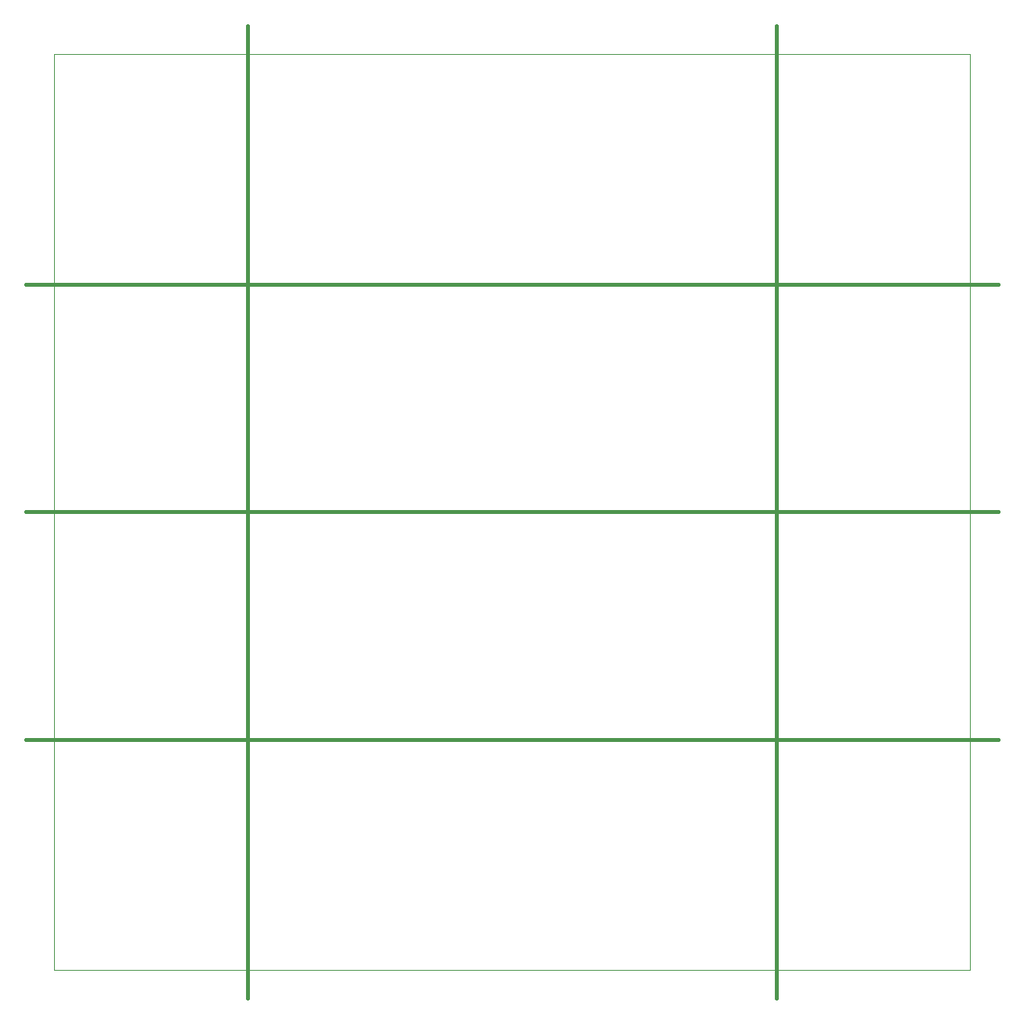
<source format=gbr>
G04 #@! TF.GenerationSoftware,KiCad,Pcbnew,5.1.7-a382d34a8~87~ubuntu20.04.1*
G04 #@! TF.CreationDate,2020-11-13T11:14:20+11:00*
G04 #@! TF.ProjectId,jackco-esp32-pico-panel-v2,6a61636b-636f-42d6-9573-7033322d7069,rev?*
G04 #@! TF.SameCoordinates,Original*
G04 #@! TF.FileFunction,Profile,NP*
%FSLAX46Y46*%
G04 Gerber Fmt 4.6, Leading zero omitted, Abs format (unit mm)*
G04 Created by KiCad (PCBNEW 5.1.7-a382d34a8~87~ubuntu20.04.1) date 2020-11-13 11:14:20*
%MOMM*%
%LPD*%
G01*
G04 APERTURE LIST*
G04 #@! TA.AperFunction,Profile*
%ADD10C,0.400000*%
G04 #@! TD*
G04 #@! TA.AperFunction,Profile*
%ADD11C,0.100000*%
G04 #@! TD*
G04 APERTURE END LIST*
D10*
X107150000Y-46712010D02*
X107150000Y-151712010D01*
X50000000Y-46712010D02*
X50000000Y-151712010D01*
X26075003Y-99210000D02*
X131075002Y-99210000D01*
X26075003Y-74610000D02*
X131075002Y-74610000D01*
X26075003Y-123820000D02*
X131075002Y-123820000D01*
D11*
X29075000Y-148712000D02*
X29075000Y-49712000D01*
X128075000Y-148712000D02*
X29075000Y-148712000D01*
X128075000Y-49712000D02*
X128075000Y-148712000D01*
X29075000Y-49712000D02*
X128075000Y-49712000D01*
M02*

</source>
